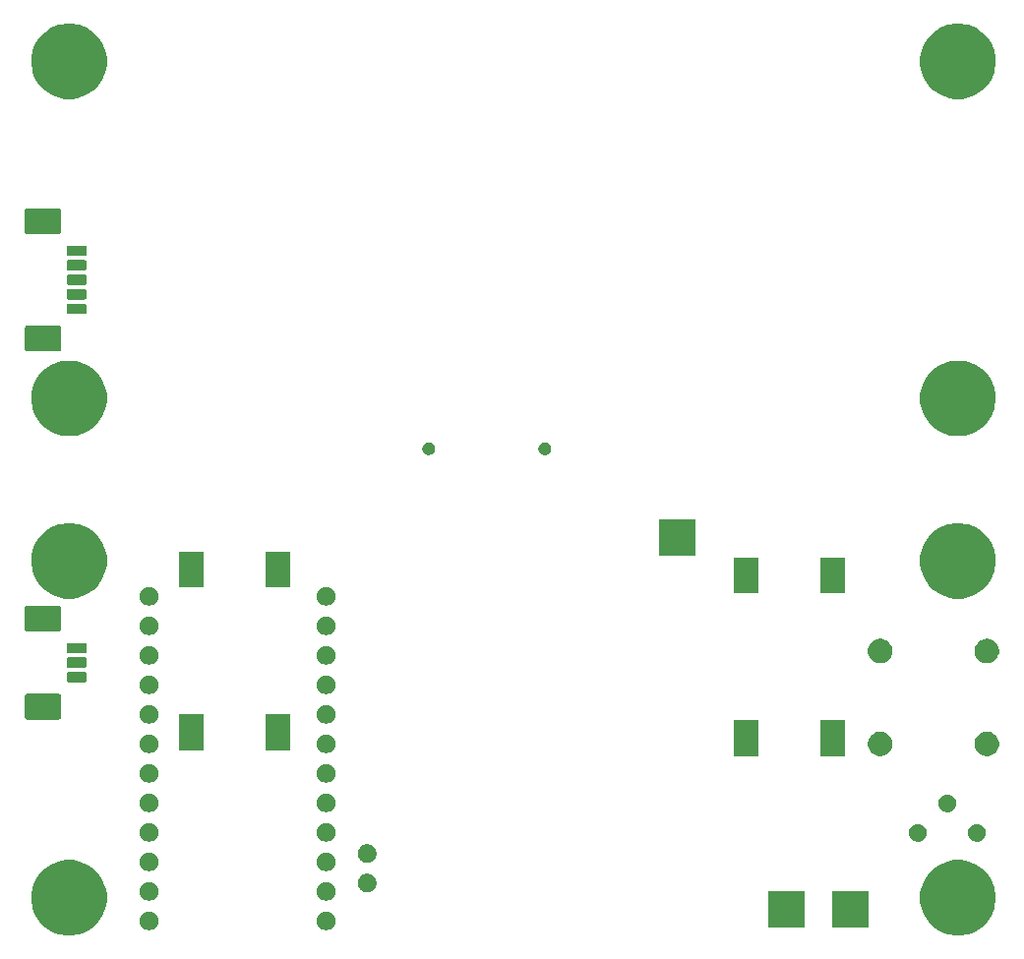
<source format=gbr>
G04 #@! TF.GenerationSoftware,KiCad,Pcbnew,(5.1.2)-2*
G04 #@! TF.CreationDate,2020-11-17T23:24:33+01:00*
G04 #@! TF.ProjectId,MieleProjectorPCB,4d69656c-6550-4726-9f6a-6563746f7250,rev?*
G04 #@! TF.SameCoordinates,Original*
G04 #@! TF.FileFunction,Soldermask,Bot*
G04 #@! TF.FilePolarity,Negative*
%FSLAX46Y46*%
G04 Gerber Fmt 4.6, Leading zero omitted, Abs format (unit mm)*
G04 Created by KiCad (PCBNEW (5.1.2)-2) date 2020-11-17 23:24:33*
%MOMM*%
%LPD*%
G04 APERTURE LIST*
%ADD10C,0.100000*%
G04 APERTURE END LIST*
D10*
G36*
X109884239Y-147811467D02*
G01*
X110198282Y-147873934D01*
X110789926Y-148119001D01*
X111322392Y-148474784D01*
X111775216Y-148927608D01*
X112130999Y-149460074D01*
X112376066Y-150051718D01*
X112415160Y-150248255D01*
X112501000Y-150679803D01*
X112501000Y-151320197D01*
X112438533Y-151634239D01*
X112376066Y-151948282D01*
X112130999Y-152539926D01*
X111775216Y-153072392D01*
X111322392Y-153525216D01*
X110789926Y-153880999D01*
X110198282Y-154126066D01*
X109884239Y-154188533D01*
X109570197Y-154251000D01*
X108929803Y-154251000D01*
X108615761Y-154188533D01*
X108301718Y-154126066D01*
X107710074Y-153880999D01*
X107177608Y-153525216D01*
X106724784Y-153072392D01*
X106369001Y-152539926D01*
X106123934Y-151948282D01*
X106061467Y-151634239D01*
X105999000Y-151320197D01*
X105999000Y-150679803D01*
X106084840Y-150248255D01*
X106123934Y-150051718D01*
X106369001Y-149460074D01*
X106724784Y-148927608D01*
X107177608Y-148474784D01*
X107710074Y-148119001D01*
X108301718Y-147873934D01*
X108615761Y-147811467D01*
X108929803Y-147749000D01*
X109570197Y-147749000D01*
X109884239Y-147811467D01*
X109884239Y-147811467D01*
G37*
G36*
X33384239Y-147811467D02*
G01*
X33698282Y-147873934D01*
X34289926Y-148119001D01*
X34822392Y-148474784D01*
X35275216Y-148927608D01*
X35630999Y-149460074D01*
X35876066Y-150051718D01*
X35915160Y-150248255D01*
X36001000Y-150679803D01*
X36001000Y-151320197D01*
X35938533Y-151634239D01*
X35876066Y-151948282D01*
X35630999Y-152539926D01*
X35275216Y-153072392D01*
X34822392Y-153525216D01*
X34289926Y-153880999D01*
X33698282Y-154126066D01*
X33384239Y-154188533D01*
X33070197Y-154251000D01*
X32429803Y-154251000D01*
X32115761Y-154188533D01*
X31801718Y-154126066D01*
X31210074Y-153880999D01*
X30677608Y-153525216D01*
X30224784Y-153072392D01*
X29869001Y-152539926D01*
X29623934Y-151948282D01*
X29561467Y-151634239D01*
X29499000Y-151320197D01*
X29499000Y-150679803D01*
X29584840Y-150248255D01*
X29623934Y-150051718D01*
X29869001Y-149460074D01*
X30224784Y-148927608D01*
X30677608Y-148474784D01*
X31210074Y-148119001D01*
X31801718Y-147873934D01*
X32115761Y-147811467D01*
X32429803Y-147749000D01*
X33070197Y-147749000D01*
X33384239Y-147811467D01*
X33384239Y-147811467D01*
G37*
G36*
X39867142Y-152198242D02*
G01*
X40015101Y-152259529D01*
X40148255Y-152348499D01*
X40261501Y-152461745D01*
X40350471Y-152594899D01*
X40411758Y-152742858D01*
X40443000Y-152899925D01*
X40443000Y-153060075D01*
X40411758Y-153217142D01*
X40350471Y-153365101D01*
X40261501Y-153498255D01*
X40148255Y-153611501D01*
X40015101Y-153700471D01*
X39867142Y-153761758D01*
X39710075Y-153793000D01*
X39549925Y-153793000D01*
X39392858Y-153761758D01*
X39244899Y-153700471D01*
X39111745Y-153611501D01*
X38998499Y-153498255D01*
X38909529Y-153365101D01*
X38848242Y-153217142D01*
X38817000Y-153060075D01*
X38817000Y-152899925D01*
X38848242Y-152742858D01*
X38909529Y-152594899D01*
X38998499Y-152461745D01*
X39111745Y-152348499D01*
X39244899Y-152259529D01*
X39392858Y-152198242D01*
X39549925Y-152167000D01*
X39710075Y-152167000D01*
X39867142Y-152198242D01*
X39867142Y-152198242D01*
G37*
G36*
X55107142Y-152198242D02*
G01*
X55255101Y-152259529D01*
X55388255Y-152348499D01*
X55501501Y-152461745D01*
X55590471Y-152594899D01*
X55651758Y-152742858D01*
X55683000Y-152899925D01*
X55683000Y-153060075D01*
X55651758Y-153217142D01*
X55590471Y-153365101D01*
X55501501Y-153498255D01*
X55388255Y-153611501D01*
X55255101Y-153700471D01*
X55107142Y-153761758D01*
X54950075Y-153793000D01*
X54789925Y-153793000D01*
X54632858Y-153761758D01*
X54484899Y-153700471D01*
X54351745Y-153611501D01*
X54238499Y-153498255D01*
X54149529Y-153365101D01*
X54088242Y-153217142D01*
X54057000Y-153060075D01*
X54057000Y-152899925D01*
X54088242Y-152742858D01*
X54149529Y-152594899D01*
X54238499Y-152461745D01*
X54351745Y-152348499D01*
X54484899Y-152259529D01*
X54632858Y-152198242D01*
X54789925Y-152167000D01*
X54950075Y-152167000D01*
X55107142Y-152198242D01*
X55107142Y-152198242D01*
G37*
G36*
X96051000Y-153551000D02*
G01*
X92949000Y-153551000D01*
X92949000Y-150449000D01*
X96051000Y-150449000D01*
X96051000Y-153551000D01*
X96051000Y-153551000D01*
G37*
G36*
X101551000Y-153551000D02*
G01*
X98449000Y-153551000D01*
X98449000Y-150449000D01*
X101551000Y-150449000D01*
X101551000Y-153551000D01*
X101551000Y-153551000D01*
G37*
G36*
X55107142Y-149658242D02*
G01*
X55255101Y-149719529D01*
X55388255Y-149808499D01*
X55501501Y-149921745D01*
X55590471Y-150054899D01*
X55651758Y-150202858D01*
X55683000Y-150359925D01*
X55683000Y-150520075D01*
X55651758Y-150677142D01*
X55590471Y-150825101D01*
X55501501Y-150958255D01*
X55388255Y-151071501D01*
X55255101Y-151160471D01*
X55107142Y-151221758D01*
X54950075Y-151253000D01*
X54789925Y-151253000D01*
X54632858Y-151221758D01*
X54484899Y-151160471D01*
X54351745Y-151071501D01*
X54238499Y-150958255D01*
X54149529Y-150825101D01*
X54088242Y-150677142D01*
X54057000Y-150520075D01*
X54057000Y-150359925D01*
X54088242Y-150202858D01*
X54149529Y-150054899D01*
X54238499Y-149921745D01*
X54351745Y-149808499D01*
X54484899Y-149719529D01*
X54632858Y-149658242D01*
X54789925Y-149627000D01*
X54950075Y-149627000D01*
X55107142Y-149658242D01*
X55107142Y-149658242D01*
G37*
G36*
X39867142Y-149658242D02*
G01*
X40015101Y-149719529D01*
X40148255Y-149808499D01*
X40261501Y-149921745D01*
X40350471Y-150054899D01*
X40411758Y-150202858D01*
X40443000Y-150359925D01*
X40443000Y-150520075D01*
X40411758Y-150677142D01*
X40350471Y-150825101D01*
X40261501Y-150958255D01*
X40148255Y-151071501D01*
X40015101Y-151160471D01*
X39867142Y-151221758D01*
X39710075Y-151253000D01*
X39549925Y-151253000D01*
X39392858Y-151221758D01*
X39244899Y-151160471D01*
X39111745Y-151071501D01*
X38998499Y-150958255D01*
X38909529Y-150825101D01*
X38848242Y-150677142D01*
X38817000Y-150520075D01*
X38817000Y-150359925D01*
X38848242Y-150202858D01*
X38909529Y-150054899D01*
X38998499Y-149921745D01*
X39111745Y-149808499D01*
X39244899Y-149719529D01*
X39392858Y-149658242D01*
X39549925Y-149627000D01*
X39710075Y-149627000D01*
X39867142Y-149658242D01*
X39867142Y-149658242D01*
G37*
G36*
X58627142Y-148948242D02*
G01*
X58775101Y-149009529D01*
X58908255Y-149098499D01*
X59021501Y-149211745D01*
X59110471Y-149344899D01*
X59171758Y-149492858D01*
X59203000Y-149649925D01*
X59203000Y-149810075D01*
X59171758Y-149967142D01*
X59110471Y-150115101D01*
X59021501Y-150248255D01*
X58908255Y-150361501D01*
X58775101Y-150450471D01*
X58627142Y-150511758D01*
X58470075Y-150543000D01*
X58309925Y-150543000D01*
X58152858Y-150511758D01*
X58004899Y-150450471D01*
X57871745Y-150361501D01*
X57758499Y-150248255D01*
X57669529Y-150115101D01*
X57608242Y-149967142D01*
X57577000Y-149810075D01*
X57577000Y-149649925D01*
X57608242Y-149492858D01*
X57669529Y-149344899D01*
X57758499Y-149211745D01*
X57871745Y-149098499D01*
X58004899Y-149009529D01*
X58152858Y-148948242D01*
X58309925Y-148917000D01*
X58470075Y-148917000D01*
X58627142Y-148948242D01*
X58627142Y-148948242D01*
G37*
G36*
X55107142Y-147118242D02*
G01*
X55255101Y-147179529D01*
X55388255Y-147268499D01*
X55501501Y-147381745D01*
X55590471Y-147514899D01*
X55651758Y-147662858D01*
X55683000Y-147819925D01*
X55683000Y-147980075D01*
X55651758Y-148137142D01*
X55590471Y-148285101D01*
X55501501Y-148418255D01*
X55388255Y-148531501D01*
X55255101Y-148620471D01*
X55107142Y-148681758D01*
X54950075Y-148713000D01*
X54789925Y-148713000D01*
X54632858Y-148681758D01*
X54484899Y-148620471D01*
X54351745Y-148531501D01*
X54238499Y-148418255D01*
X54149529Y-148285101D01*
X54088242Y-148137142D01*
X54057000Y-147980075D01*
X54057000Y-147819925D01*
X54088242Y-147662858D01*
X54149529Y-147514899D01*
X54238499Y-147381745D01*
X54351745Y-147268499D01*
X54484899Y-147179529D01*
X54632858Y-147118242D01*
X54789925Y-147087000D01*
X54950075Y-147087000D01*
X55107142Y-147118242D01*
X55107142Y-147118242D01*
G37*
G36*
X39867142Y-147118242D02*
G01*
X40015101Y-147179529D01*
X40148255Y-147268499D01*
X40261501Y-147381745D01*
X40350471Y-147514899D01*
X40411758Y-147662858D01*
X40443000Y-147819925D01*
X40443000Y-147980075D01*
X40411758Y-148137142D01*
X40350471Y-148285101D01*
X40261501Y-148418255D01*
X40148255Y-148531501D01*
X40015101Y-148620471D01*
X39867142Y-148681758D01*
X39710075Y-148713000D01*
X39549925Y-148713000D01*
X39392858Y-148681758D01*
X39244899Y-148620471D01*
X39111745Y-148531501D01*
X38998499Y-148418255D01*
X38909529Y-148285101D01*
X38848242Y-148137142D01*
X38817000Y-147980075D01*
X38817000Y-147819925D01*
X38848242Y-147662858D01*
X38909529Y-147514899D01*
X38998499Y-147381745D01*
X39111745Y-147268499D01*
X39244899Y-147179529D01*
X39392858Y-147118242D01*
X39549925Y-147087000D01*
X39710075Y-147087000D01*
X39867142Y-147118242D01*
X39867142Y-147118242D01*
G37*
G36*
X58627142Y-146408242D02*
G01*
X58775101Y-146469529D01*
X58908255Y-146558499D01*
X59021501Y-146671745D01*
X59110471Y-146804899D01*
X59171758Y-146952858D01*
X59203000Y-147109925D01*
X59203000Y-147270075D01*
X59171758Y-147427142D01*
X59110471Y-147575101D01*
X59021501Y-147708255D01*
X58908255Y-147821501D01*
X58775101Y-147910471D01*
X58627142Y-147971758D01*
X58470075Y-148003000D01*
X58309925Y-148003000D01*
X58152858Y-147971758D01*
X58004899Y-147910471D01*
X57871745Y-147821501D01*
X57758499Y-147708255D01*
X57669529Y-147575101D01*
X57608242Y-147427142D01*
X57577000Y-147270075D01*
X57577000Y-147109925D01*
X57608242Y-146952858D01*
X57669529Y-146804899D01*
X57758499Y-146671745D01*
X57871745Y-146558499D01*
X58004899Y-146469529D01*
X58152858Y-146408242D01*
X58309925Y-146377000D01*
X58470075Y-146377000D01*
X58627142Y-146408242D01*
X58627142Y-146408242D01*
G37*
G36*
X39867142Y-144578242D02*
G01*
X40015101Y-144639529D01*
X40148255Y-144728499D01*
X40261501Y-144841745D01*
X40350471Y-144974899D01*
X40411758Y-145122858D01*
X40443000Y-145279925D01*
X40443000Y-145440075D01*
X40411758Y-145597142D01*
X40350471Y-145745101D01*
X40261501Y-145878255D01*
X40148255Y-145991501D01*
X40015101Y-146080471D01*
X39867142Y-146141758D01*
X39710075Y-146173000D01*
X39549925Y-146173000D01*
X39392858Y-146141758D01*
X39244899Y-146080471D01*
X39111745Y-145991501D01*
X38998499Y-145878255D01*
X38909529Y-145745101D01*
X38848242Y-145597142D01*
X38817000Y-145440075D01*
X38817000Y-145279925D01*
X38848242Y-145122858D01*
X38909529Y-144974899D01*
X38998499Y-144841745D01*
X39111745Y-144728499D01*
X39244899Y-144639529D01*
X39392858Y-144578242D01*
X39549925Y-144547000D01*
X39710075Y-144547000D01*
X39867142Y-144578242D01*
X39867142Y-144578242D01*
G37*
G36*
X55107142Y-144578242D02*
G01*
X55255101Y-144639529D01*
X55388255Y-144728499D01*
X55501501Y-144841745D01*
X55590471Y-144974899D01*
X55651758Y-145122858D01*
X55683000Y-145279925D01*
X55683000Y-145440075D01*
X55651758Y-145597142D01*
X55590471Y-145745101D01*
X55501501Y-145878255D01*
X55388255Y-145991501D01*
X55255101Y-146080471D01*
X55107142Y-146141758D01*
X54950075Y-146173000D01*
X54789925Y-146173000D01*
X54632858Y-146141758D01*
X54484899Y-146080471D01*
X54351745Y-145991501D01*
X54238499Y-145878255D01*
X54149529Y-145745101D01*
X54088242Y-145597142D01*
X54057000Y-145440075D01*
X54057000Y-145279925D01*
X54088242Y-145122858D01*
X54149529Y-144974899D01*
X54238499Y-144841745D01*
X54351745Y-144728499D01*
X54484899Y-144639529D01*
X54632858Y-144578242D01*
X54789925Y-144547000D01*
X54950075Y-144547000D01*
X55107142Y-144578242D01*
X55107142Y-144578242D01*
G37*
G36*
X111005589Y-144638876D02*
G01*
X111104893Y-144658629D01*
X111245206Y-144716748D01*
X111371484Y-144801125D01*
X111478875Y-144908516D01*
X111563252Y-145034794D01*
X111621371Y-145175107D01*
X111651000Y-145324063D01*
X111651000Y-145475937D01*
X111621371Y-145624893D01*
X111563252Y-145765206D01*
X111478875Y-145891484D01*
X111371484Y-145998875D01*
X111245206Y-146083252D01*
X111104893Y-146141371D01*
X111005589Y-146161124D01*
X110955938Y-146171000D01*
X110804062Y-146171000D01*
X110754411Y-146161124D01*
X110655107Y-146141371D01*
X110514794Y-146083252D01*
X110388516Y-145998875D01*
X110281125Y-145891484D01*
X110196748Y-145765206D01*
X110138629Y-145624893D01*
X110109000Y-145475937D01*
X110109000Y-145324063D01*
X110138629Y-145175107D01*
X110196748Y-145034794D01*
X110281125Y-144908516D01*
X110388516Y-144801125D01*
X110514794Y-144716748D01*
X110655107Y-144658629D01*
X110754411Y-144638876D01*
X110804062Y-144629000D01*
X110955938Y-144629000D01*
X111005589Y-144638876D01*
X111005589Y-144638876D01*
G37*
G36*
X105925589Y-144638876D02*
G01*
X106024893Y-144658629D01*
X106165206Y-144716748D01*
X106291484Y-144801125D01*
X106398875Y-144908516D01*
X106483252Y-145034794D01*
X106541371Y-145175107D01*
X106571000Y-145324063D01*
X106571000Y-145475937D01*
X106541371Y-145624893D01*
X106483252Y-145765206D01*
X106398875Y-145891484D01*
X106291484Y-145998875D01*
X106165206Y-146083252D01*
X106024893Y-146141371D01*
X105925589Y-146161124D01*
X105875938Y-146171000D01*
X105724062Y-146171000D01*
X105674411Y-146161124D01*
X105575107Y-146141371D01*
X105434794Y-146083252D01*
X105308516Y-145998875D01*
X105201125Y-145891484D01*
X105116748Y-145765206D01*
X105058629Y-145624893D01*
X105029000Y-145475937D01*
X105029000Y-145324063D01*
X105058629Y-145175107D01*
X105116748Y-145034794D01*
X105201125Y-144908516D01*
X105308516Y-144801125D01*
X105434794Y-144716748D01*
X105575107Y-144658629D01*
X105674411Y-144638876D01*
X105724062Y-144629000D01*
X105875938Y-144629000D01*
X105925589Y-144638876D01*
X105925589Y-144638876D01*
G37*
G36*
X39867142Y-142038242D02*
G01*
X40015101Y-142099529D01*
X40148255Y-142188499D01*
X40261501Y-142301745D01*
X40350471Y-142434899D01*
X40411758Y-142582858D01*
X40443000Y-142739925D01*
X40443000Y-142900075D01*
X40411758Y-143057142D01*
X40350471Y-143205101D01*
X40261501Y-143338255D01*
X40148255Y-143451501D01*
X40015101Y-143540471D01*
X39867142Y-143601758D01*
X39710075Y-143633000D01*
X39549925Y-143633000D01*
X39392858Y-143601758D01*
X39244899Y-143540471D01*
X39111745Y-143451501D01*
X38998499Y-143338255D01*
X38909529Y-143205101D01*
X38848242Y-143057142D01*
X38817000Y-142900075D01*
X38817000Y-142739925D01*
X38848242Y-142582858D01*
X38909529Y-142434899D01*
X38998499Y-142301745D01*
X39111745Y-142188499D01*
X39244899Y-142099529D01*
X39392858Y-142038242D01*
X39549925Y-142007000D01*
X39710075Y-142007000D01*
X39867142Y-142038242D01*
X39867142Y-142038242D01*
G37*
G36*
X55107142Y-142038242D02*
G01*
X55255101Y-142099529D01*
X55388255Y-142188499D01*
X55501501Y-142301745D01*
X55590471Y-142434899D01*
X55651758Y-142582858D01*
X55683000Y-142739925D01*
X55683000Y-142900075D01*
X55651758Y-143057142D01*
X55590471Y-143205101D01*
X55501501Y-143338255D01*
X55388255Y-143451501D01*
X55255101Y-143540471D01*
X55107142Y-143601758D01*
X54950075Y-143633000D01*
X54789925Y-143633000D01*
X54632858Y-143601758D01*
X54484899Y-143540471D01*
X54351745Y-143451501D01*
X54238499Y-143338255D01*
X54149529Y-143205101D01*
X54088242Y-143057142D01*
X54057000Y-142900075D01*
X54057000Y-142739925D01*
X54088242Y-142582858D01*
X54149529Y-142434899D01*
X54238499Y-142301745D01*
X54351745Y-142188499D01*
X54484899Y-142099529D01*
X54632858Y-142038242D01*
X54789925Y-142007000D01*
X54950075Y-142007000D01*
X55107142Y-142038242D01*
X55107142Y-142038242D01*
G37*
G36*
X108465589Y-142098876D02*
G01*
X108564893Y-142118629D01*
X108705206Y-142176748D01*
X108831484Y-142261125D01*
X108938875Y-142368516D01*
X109023252Y-142494794D01*
X109081371Y-142635107D01*
X109111000Y-142784063D01*
X109111000Y-142935937D01*
X109081371Y-143084893D01*
X109023252Y-143225206D01*
X108938875Y-143351484D01*
X108831484Y-143458875D01*
X108705206Y-143543252D01*
X108564893Y-143601371D01*
X108465589Y-143621124D01*
X108415938Y-143631000D01*
X108264062Y-143631000D01*
X108214411Y-143621124D01*
X108115107Y-143601371D01*
X107974794Y-143543252D01*
X107848516Y-143458875D01*
X107741125Y-143351484D01*
X107656748Y-143225206D01*
X107598629Y-143084893D01*
X107569000Y-142935937D01*
X107569000Y-142784063D01*
X107598629Y-142635107D01*
X107656748Y-142494794D01*
X107741125Y-142368516D01*
X107848516Y-142261125D01*
X107974794Y-142176748D01*
X108115107Y-142118629D01*
X108214411Y-142098876D01*
X108264062Y-142089000D01*
X108415938Y-142089000D01*
X108465589Y-142098876D01*
X108465589Y-142098876D01*
G37*
G36*
X55107142Y-139498242D02*
G01*
X55255101Y-139559529D01*
X55388255Y-139648499D01*
X55501501Y-139761745D01*
X55590471Y-139894899D01*
X55651758Y-140042858D01*
X55683000Y-140199925D01*
X55683000Y-140360075D01*
X55651758Y-140517142D01*
X55590471Y-140665101D01*
X55501501Y-140798255D01*
X55388255Y-140911501D01*
X55255101Y-141000471D01*
X55107142Y-141061758D01*
X54950075Y-141093000D01*
X54789925Y-141093000D01*
X54632858Y-141061758D01*
X54484899Y-141000471D01*
X54351745Y-140911501D01*
X54238499Y-140798255D01*
X54149529Y-140665101D01*
X54088242Y-140517142D01*
X54057000Y-140360075D01*
X54057000Y-140199925D01*
X54088242Y-140042858D01*
X54149529Y-139894899D01*
X54238499Y-139761745D01*
X54351745Y-139648499D01*
X54484899Y-139559529D01*
X54632858Y-139498242D01*
X54789925Y-139467000D01*
X54950075Y-139467000D01*
X55107142Y-139498242D01*
X55107142Y-139498242D01*
G37*
G36*
X39867142Y-139498242D02*
G01*
X40015101Y-139559529D01*
X40148255Y-139648499D01*
X40261501Y-139761745D01*
X40350471Y-139894899D01*
X40411758Y-140042858D01*
X40443000Y-140199925D01*
X40443000Y-140360075D01*
X40411758Y-140517142D01*
X40350471Y-140665101D01*
X40261501Y-140798255D01*
X40148255Y-140911501D01*
X40015101Y-141000471D01*
X39867142Y-141061758D01*
X39710075Y-141093000D01*
X39549925Y-141093000D01*
X39392858Y-141061758D01*
X39244899Y-141000471D01*
X39111745Y-140911501D01*
X38998499Y-140798255D01*
X38909529Y-140665101D01*
X38848242Y-140517142D01*
X38817000Y-140360075D01*
X38817000Y-140199925D01*
X38848242Y-140042858D01*
X38909529Y-139894899D01*
X38998499Y-139761745D01*
X39111745Y-139648499D01*
X39244899Y-139559529D01*
X39392858Y-139498242D01*
X39549925Y-139467000D01*
X39710075Y-139467000D01*
X39867142Y-139498242D01*
X39867142Y-139498242D01*
G37*
G36*
X102789630Y-136722711D02*
G01*
X102857526Y-136736216D01*
X103049396Y-136815692D01*
X103222075Y-136931072D01*
X103368926Y-137077923D01*
X103389356Y-137108499D01*
X103484307Y-137250604D01*
X103563782Y-137442473D01*
X103604298Y-137646159D01*
X103604298Y-137853841D01*
X103577287Y-137989632D01*
X103563782Y-138057528D01*
X103484306Y-138249398D01*
X103368926Y-138422077D01*
X103222075Y-138568928D01*
X103049396Y-138684308D01*
X102857526Y-138763784D01*
X102789630Y-138777289D01*
X102653839Y-138804300D01*
X102446157Y-138804300D01*
X102310366Y-138777289D01*
X102242470Y-138763784D01*
X102050600Y-138684308D01*
X101877921Y-138568928D01*
X101731070Y-138422077D01*
X101615690Y-138249398D01*
X101536214Y-138057528D01*
X101522709Y-137989632D01*
X101495698Y-137853841D01*
X101495698Y-137646159D01*
X101536214Y-137442473D01*
X101615689Y-137250604D01*
X101710640Y-137108499D01*
X101731070Y-137077923D01*
X101877921Y-136931072D01*
X102050600Y-136815692D01*
X102242470Y-136736216D01*
X102310366Y-136722711D01*
X102446157Y-136695700D01*
X102653839Y-136695700D01*
X102789630Y-136722711D01*
X102789630Y-136722711D01*
G37*
G36*
X111989632Y-136722711D02*
G01*
X112057528Y-136736216D01*
X112249398Y-136815692D01*
X112422077Y-136931072D01*
X112568928Y-137077923D01*
X112589358Y-137108499D01*
X112684309Y-137250604D01*
X112763784Y-137442473D01*
X112804300Y-137646159D01*
X112804300Y-137853841D01*
X112777289Y-137989632D01*
X112763784Y-138057528D01*
X112684308Y-138249398D01*
X112568928Y-138422077D01*
X112422077Y-138568928D01*
X112249398Y-138684308D01*
X112057528Y-138763784D01*
X111989632Y-138777289D01*
X111853841Y-138804300D01*
X111646159Y-138804300D01*
X111510368Y-138777289D01*
X111442472Y-138763784D01*
X111250602Y-138684308D01*
X111077923Y-138568928D01*
X110931072Y-138422077D01*
X110815692Y-138249398D01*
X110736216Y-138057528D01*
X110722711Y-137989632D01*
X110695700Y-137853841D01*
X110695700Y-137646159D01*
X110736216Y-137442473D01*
X110815691Y-137250604D01*
X110910642Y-137108499D01*
X110931072Y-137077923D01*
X111077923Y-136931072D01*
X111250602Y-136815692D01*
X111442472Y-136736216D01*
X111510368Y-136722711D01*
X111646159Y-136695700D01*
X111853841Y-136695700D01*
X111989632Y-136722711D01*
X111989632Y-136722711D01*
G37*
G36*
X99551000Y-138801000D02*
G01*
X97449000Y-138801000D01*
X97449000Y-135699000D01*
X99551000Y-135699000D01*
X99551000Y-138801000D01*
X99551000Y-138801000D01*
G37*
G36*
X92051000Y-138801000D02*
G01*
X89949000Y-138801000D01*
X89949000Y-135699000D01*
X92051000Y-135699000D01*
X92051000Y-138801000D01*
X92051000Y-138801000D01*
G37*
G36*
X55107142Y-136958242D02*
G01*
X55255101Y-137019529D01*
X55388255Y-137108499D01*
X55501501Y-137221745D01*
X55590471Y-137354899D01*
X55651758Y-137502858D01*
X55683000Y-137659925D01*
X55683000Y-137820075D01*
X55651758Y-137977142D01*
X55590471Y-138125101D01*
X55501501Y-138258255D01*
X55388255Y-138371501D01*
X55255101Y-138460471D01*
X55107142Y-138521758D01*
X54950075Y-138553000D01*
X54789925Y-138553000D01*
X54632858Y-138521758D01*
X54484899Y-138460471D01*
X54351745Y-138371501D01*
X54238499Y-138258255D01*
X54149529Y-138125101D01*
X54088242Y-137977142D01*
X54057000Y-137820075D01*
X54057000Y-137659925D01*
X54088242Y-137502858D01*
X54149529Y-137354899D01*
X54238499Y-137221745D01*
X54351745Y-137108499D01*
X54484899Y-137019529D01*
X54632858Y-136958242D01*
X54789925Y-136927000D01*
X54950075Y-136927000D01*
X55107142Y-136958242D01*
X55107142Y-136958242D01*
G37*
G36*
X39867142Y-136958242D02*
G01*
X40015101Y-137019529D01*
X40148255Y-137108499D01*
X40261501Y-137221745D01*
X40350471Y-137354899D01*
X40411758Y-137502858D01*
X40443000Y-137659925D01*
X40443000Y-137820075D01*
X40411758Y-137977142D01*
X40350471Y-138125101D01*
X40261501Y-138258255D01*
X40148255Y-138371501D01*
X40015101Y-138460471D01*
X39867142Y-138521758D01*
X39710075Y-138553000D01*
X39549925Y-138553000D01*
X39392858Y-138521758D01*
X39244899Y-138460471D01*
X39111745Y-138371501D01*
X38998499Y-138258255D01*
X38909529Y-138125101D01*
X38848242Y-137977142D01*
X38817000Y-137820075D01*
X38817000Y-137659925D01*
X38848242Y-137502858D01*
X38909529Y-137354899D01*
X38998499Y-137221745D01*
X39111745Y-137108499D01*
X39244899Y-137019529D01*
X39392858Y-136958242D01*
X39549925Y-136927000D01*
X39710075Y-136927000D01*
X39867142Y-136958242D01*
X39867142Y-136958242D01*
G37*
G36*
X51801000Y-138301000D02*
G01*
X49699000Y-138301000D01*
X49699000Y-135199000D01*
X51801000Y-135199000D01*
X51801000Y-138301000D01*
X51801000Y-138301000D01*
G37*
G36*
X44301000Y-138301000D02*
G01*
X42199000Y-138301000D01*
X42199000Y-135199000D01*
X44301000Y-135199000D01*
X44301000Y-138301000D01*
X44301000Y-138301000D01*
G37*
G36*
X39867142Y-134418242D02*
G01*
X40015101Y-134479529D01*
X40148255Y-134568499D01*
X40261501Y-134681745D01*
X40350471Y-134814899D01*
X40411758Y-134962858D01*
X40443000Y-135119925D01*
X40443000Y-135280075D01*
X40411758Y-135437142D01*
X40350471Y-135585101D01*
X40261501Y-135718255D01*
X40148255Y-135831501D01*
X40015101Y-135920471D01*
X39867142Y-135981758D01*
X39710075Y-136013000D01*
X39549925Y-136013000D01*
X39392858Y-135981758D01*
X39244899Y-135920471D01*
X39111745Y-135831501D01*
X38998499Y-135718255D01*
X38909529Y-135585101D01*
X38848242Y-135437142D01*
X38817000Y-135280075D01*
X38817000Y-135119925D01*
X38848242Y-134962858D01*
X38909529Y-134814899D01*
X38998499Y-134681745D01*
X39111745Y-134568499D01*
X39244899Y-134479529D01*
X39392858Y-134418242D01*
X39549925Y-134387000D01*
X39710075Y-134387000D01*
X39867142Y-134418242D01*
X39867142Y-134418242D01*
G37*
G36*
X55107142Y-134418242D02*
G01*
X55255101Y-134479529D01*
X55388255Y-134568499D01*
X55501501Y-134681745D01*
X55590471Y-134814899D01*
X55651758Y-134962858D01*
X55683000Y-135119925D01*
X55683000Y-135280075D01*
X55651758Y-135437142D01*
X55590471Y-135585101D01*
X55501501Y-135718255D01*
X55388255Y-135831501D01*
X55255101Y-135920471D01*
X55107142Y-135981758D01*
X54950075Y-136013000D01*
X54789925Y-136013000D01*
X54632858Y-135981758D01*
X54484899Y-135920471D01*
X54351745Y-135831501D01*
X54238499Y-135718255D01*
X54149529Y-135585101D01*
X54088242Y-135437142D01*
X54057000Y-135280075D01*
X54057000Y-135119925D01*
X54088242Y-134962858D01*
X54149529Y-134814899D01*
X54238499Y-134681745D01*
X54351745Y-134568499D01*
X54484899Y-134479529D01*
X54632858Y-134418242D01*
X54789925Y-134387000D01*
X54950075Y-134387000D01*
X55107142Y-134418242D01*
X55107142Y-134418242D01*
G37*
G36*
X31916536Y-133452800D02*
G01*
X31947738Y-133462265D01*
X31976486Y-133477631D01*
X32001687Y-133498313D01*
X32022369Y-133523514D01*
X32037735Y-133552262D01*
X32047200Y-133583464D01*
X32051000Y-133622046D01*
X32051000Y-135477954D01*
X32047200Y-135516536D01*
X32037735Y-135547738D01*
X32022369Y-135576486D01*
X32001687Y-135601687D01*
X31976486Y-135622369D01*
X31947738Y-135637735D01*
X31916536Y-135647200D01*
X31877954Y-135651000D01*
X29122046Y-135651000D01*
X29083464Y-135647200D01*
X29052262Y-135637735D01*
X29023514Y-135622369D01*
X28998313Y-135601687D01*
X28977631Y-135576486D01*
X28962265Y-135547738D01*
X28952800Y-135516536D01*
X28949000Y-135477954D01*
X28949000Y-133622046D01*
X28952800Y-133583464D01*
X28962265Y-133552262D01*
X28977631Y-133523514D01*
X28998313Y-133498313D01*
X29023514Y-133477631D01*
X29052262Y-133462265D01*
X29083464Y-133452800D01*
X29122046Y-133449000D01*
X31877954Y-133449000D01*
X31916536Y-133452800D01*
X31916536Y-133452800D01*
G37*
G36*
X39867142Y-131878242D02*
G01*
X40015101Y-131939529D01*
X40148255Y-132028499D01*
X40261501Y-132141745D01*
X40350471Y-132274899D01*
X40411758Y-132422858D01*
X40443000Y-132579925D01*
X40443000Y-132740075D01*
X40411758Y-132897142D01*
X40350471Y-133045101D01*
X40261501Y-133178255D01*
X40148255Y-133291501D01*
X40015101Y-133380471D01*
X39867142Y-133441758D01*
X39710075Y-133473000D01*
X39549925Y-133473000D01*
X39392858Y-133441758D01*
X39244899Y-133380471D01*
X39111745Y-133291501D01*
X38998499Y-133178255D01*
X38909529Y-133045101D01*
X38848242Y-132897142D01*
X38817000Y-132740075D01*
X38817000Y-132579925D01*
X38848242Y-132422858D01*
X38909529Y-132274899D01*
X38998499Y-132141745D01*
X39111745Y-132028499D01*
X39244899Y-131939529D01*
X39392858Y-131878242D01*
X39549925Y-131847000D01*
X39710075Y-131847000D01*
X39867142Y-131878242D01*
X39867142Y-131878242D01*
G37*
G36*
X55107142Y-131878242D02*
G01*
X55255101Y-131939529D01*
X55388255Y-132028499D01*
X55501501Y-132141745D01*
X55590471Y-132274899D01*
X55651758Y-132422858D01*
X55683000Y-132579925D01*
X55683000Y-132740075D01*
X55651758Y-132897142D01*
X55590471Y-133045101D01*
X55501501Y-133178255D01*
X55388255Y-133291501D01*
X55255101Y-133380471D01*
X55107142Y-133441758D01*
X54950075Y-133473000D01*
X54789925Y-133473000D01*
X54632858Y-133441758D01*
X54484899Y-133380471D01*
X54351745Y-133291501D01*
X54238499Y-133178255D01*
X54149529Y-133045101D01*
X54088242Y-132897142D01*
X54057000Y-132740075D01*
X54057000Y-132579925D01*
X54088242Y-132422858D01*
X54149529Y-132274899D01*
X54238499Y-132141745D01*
X54351745Y-132028499D01*
X54484899Y-131939529D01*
X54632858Y-131878242D01*
X54789925Y-131847000D01*
X54950075Y-131847000D01*
X55107142Y-131878242D01*
X55107142Y-131878242D01*
G37*
G36*
X34119683Y-131552725D02*
G01*
X34150143Y-131561966D01*
X34178223Y-131576974D01*
X34202831Y-131597169D01*
X34223026Y-131621777D01*
X34238034Y-131649857D01*
X34247275Y-131680317D01*
X34251000Y-131718140D01*
X34251000Y-132281860D01*
X34247275Y-132319683D01*
X34238034Y-132350143D01*
X34223026Y-132378223D01*
X34202831Y-132402831D01*
X34178223Y-132423026D01*
X34150143Y-132438034D01*
X34119683Y-132447275D01*
X34081860Y-132451000D01*
X32718140Y-132451000D01*
X32680317Y-132447275D01*
X32649857Y-132438034D01*
X32621777Y-132423026D01*
X32597169Y-132402831D01*
X32576974Y-132378223D01*
X32561966Y-132350143D01*
X32552725Y-132319683D01*
X32549000Y-132281860D01*
X32549000Y-131718140D01*
X32552725Y-131680317D01*
X32561966Y-131649857D01*
X32576974Y-131621777D01*
X32597169Y-131597169D01*
X32621777Y-131576974D01*
X32649857Y-131561966D01*
X32680317Y-131552725D01*
X32718140Y-131549000D01*
X34081860Y-131549000D01*
X34119683Y-131552725D01*
X34119683Y-131552725D01*
G37*
G36*
X34119683Y-130302725D02*
G01*
X34150143Y-130311966D01*
X34178223Y-130326974D01*
X34202831Y-130347169D01*
X34223026Y-130371777D01*
X34238034Y-130399857D01*
X34247275Y-130430317D01*
X34251000Y-130468140D01*
X34251000Y-131031860D01*
X34247275Y-131069683D01*
X34238034Y-131100143D01*
X34223026Y-131128223D01*
X34202831Y-131152831D01*
X34178223Y-131173026D01*
X34150143Y-131188034D01*
X34119683Y-131197275D01*
X34081860Y-131201000D01*
X32718140Y-131201000D01*
X32680317Y-131197275D01*
X32649857Y-131188034D01*
X32621777Y-131173026D01*
X32597169Y-131152831D01*
X32576974Y-131128223D01*
X32561966Y-131100143D01*
X32552725Y-131069683D01*
X32549000Y-131031860D01*
X32549000Y-130468140D01*
X32552725Y-130430317D01*
X32561966Y-130399857D01*
X32576974Y-130371777D01*
X32597169Y-130347169D01*
X32621777Y-130326974D01*
X32649857Y-130311966D01*
X32680317Y-130302725D01*
X32718140Y-130299000D01*
X34081860Y-130299000D01*
X34119683Y-130302725D01*
X34119683Y-130302725D01*
G37*
G36*
X39867142Y-129338242D02*
G01*
X40015101Y-129399529D01*
X40148255Y-129488499D01*
X40261501Y-129601745D01*
X40350471Y-129734899D01*
X40411758Y-129882858D01*
X40443000Y-130039925D01*
X40443000Y-130200075D01*
X40411758Y-130357142D01*
X40350471Y-130505101D01*
X40261501Y-130638255D01*
X40148255Y-130751501D01*
X40015101Y-130840471D01*
X39867142Y-130901758D01*
X39710075Y-130933000D01*
X39549925Y-130933000D01*
X39392858Y-130901758D01*
X39244899Y-130840471D01*
X39111745Y-130751501D01*
X38998499Y-130638255D01*
X38909529Y-130505101D01*
X38848242Y-130357142D01*
X38817000Y-130200075D01*
X38817000Y-130039925D01*
X38848242Y-129882858D01*
X38909529Y-129734899D01*
X38998499Y-129601745D01*
X39111745Y-129488499D01*
X39244899Y-129399529D01*
X39392858Y-129338242D01*
X39549925Y-129307000D01*
X39710075Y-129307000D01*
X39867142Y-129338242D01*
X39867142Y-129338242D01*
G37*
G36*
X55107142Y-129338242D02*
G01*
X55255101Y-129399529D01*
X55388255Y-129488499D01*
X55501501Y-129601745D01*
X55590471Y-129734899D01*
X55651758Y-129882858D01*
X55683000Y-130039925D01*
X55683000Y-130200075D01*
X55651758Y-130357142D01*
X55590471Y-130505101D01*
X55501501Y-130638255D01*
X55388255Y-130751501D01*
X55255101Y-130840471D01*
X55107142Y-130901758D01*
X54950075Y-130933000D01*
X54789925Y-130933000D01*
X54632858Y-130901758D01*
X54484899Y-130840471D01*
X54351745Y-130751501D01*
X54238499Y-130638255D01*
X54149529Y-130505101D01*
X54088242Y-130357142D01*
X54057000Y-130200075D01*
X54057000Y-130039925D01*
X54088242Y-129882858D01*
X54149529Y-129734899D01*
X54238499Y-129601745D01*
X54351745Y-129488499D01*
X54484899Y-129399529D01*
X54632858Y-129338242D01*
X54789925Y-129307000D01*
X54950075Y-129307000D01*
X55107142Y-129338242D01*
X55107142Y-129338242D01*
G37*
G36*
X111989632Y-128722712D02*
G01*
X112057528Y-128736217D01*
X112249398Y-128815693D01*
X112422077Y-128931073D01*
X112568928Y-129077924D01*
X112642615Y-129188205D01*
X112684309Y-129250605D01*
X112763784Y-129442474D01*
X112804300Y-129646160D01*
X112804300Y-129853842D01*
X112794555Y-129902831D01*
X112763784Y-130057529D01*
X112684308Y-130249399D01*
X112568928Y-130422078D01*
X112422077Y-130568929D01*
X112249398Y-130684309D01*
X112057528Y-130763785D01*
X111989632Y-130777290D01*
X111853841Y-130804301D01*
X111646159Y-130804301D01*
X111510368Y-130777290D01*
X111442472Y-130763785D01*
X111250602Y-130684309D01*
X111077923Y-130568929D01*
X110931072Y-130422078D01*
X110815692Y-130249399D01*
X110736216Y-130057529D01*
X110705445Y-129902831D01*
X110695700Y-129853842D01*
X110695700Y-129646160D01*
X110736216Y-129442474D01*
X110815691Y-129250605D01*
X110857385Y-129188205D01*
X110931072Y-129077924D01*
X111077923Y-128931073D01*
X111250602Y-128815693D01*
X111442472Y-128736217D01*
X111510368Y-128722712D01*
X111646159Y-128695701D01*
X111853841Y-128695701D01*
X111989632Y-128722712D01*
X111989632Y-128722712D01*
G37*
G36*
X102789630Y-128722712D02*
G01*
X102857526Y-128736217D01*
X103049396Y-128815693D01*
X103222075Y-128931073D01*
X103368926Y-129077924D01*
X103442613Y-129188205D01*
X103484307Y-129250605D01*
X103563782Y-129442474D01*
X103604298Y-129646160D01*
X103604298Y-129853842D01*
X103594553Y-129902831D01*
X103563782Y-130057529D01*
X103484306Y-130249399D01*
X103368926Y-130422078D01*
X103222075Y-130568929D01*
X103049396Y-130684309D01*
X102857526Y-130763785D01*
X102789630Y-130777290D01*
X102653839Y-130804301D01*
X102446157Y-130804301D01*
X102310366Y-130777290D01*
X102242470Y-130763785D01*
X102050600Y-130684309D01*
X101877921Y-130568929D01*
X101731070Y-130422078D01*
X101615690Y-130249399D01*
X101536214Y-130057529D01*
X101505443Y-129902831D01*
X101495698Y-129853842D01*
X101495698Y-129646160D01*
X101536214Y-129442474D01*
X101615689Y-129250605D01*
X101657383Y-129188205D01*
X101731070Y-129077924D01*
X101877921Y-128931073D01*
X102050600Y-128815693D01*
X102242470Y-128736217D01*
X102310366Y-128722712D01*
X102446157Y-128695701D01*
X102653839Y-128695701D01*
X102789630Y-128722712D01*
X102789630Y-128722712D01*
G37*
G36*
X34119683Y-129052725D02*
G01*
X34150143Y-129061966D01*
X34178223Y-129076974D01*
X34202831Y-129097169D01*
X34223026Y-129121777D01*
X34238034Y-129149857D01*
X34247275Y-129180317D01*
X34251000Y-129218140D01*
X34251000Y-129781860D01*
X34247275Y-129819683D01*
X34238034Y-129850143D01*
X34223026Y-129878223D01*
X34202831Y-129902831D01*
X34178223Y-129923026D01*
X34150143Y-129938034D01*
X34119683Y-129947275D01*
X34081860Y-129951000D01*
X32718140Y-129951000D01*
X32680317Y-129947275D01*
X32649857Y-129938034D01*
X32621777Y-129923026D01*
X32597169Y-129902831D01*
X32576974Y-129878223D01*
X32561966Y-129850143D01*
X32552725Y-129819683D01*
X32549000Y-129781860D01*
X32549000Y-129218140D01*
X32552725Y-129180317D01*
X32561966Y-129149857D01*
X32576974Y-129121777D01*
X32597169Y-129097169D01*
X32621777Y-129076974D01*
X32649857Y-129061966D01*
X32680317Y-129052725D01*
X32718140Y-129049000D01*
X34081860Y-129049000D01*
X34119683Y-129052725D01*
X34119683Y-129052725D01*
G37*
G36*
X55107142Y-126798242D02*
G01*
X55255101Y-126859529D01*
X55388255Y-126948499D01*
X55501501Y-127061745D01*
X55590471Y-127194899D01*
X55651758Y-127342858D01*
X55683000Y-127499925D01*
X55683000Y-127660075D01*
X55651758Y-127817142D01*
X55590471Y-127965101D01*
X55501501Y-128098255D01*
X55388255Y-128211501D01*
X55255101Y-128300471D01*
X55107142Y-128361758D01*
X54950075Y-128393000D01*
X54789925Y-128393000D01*
X54632858Y-128361758D01*
X54484899Y-128300471D01*
X54351745Y-128211501D01*
X54238499Y-128098255D01*
X54149529Y-127965101D01*
X54088242Y-127817142D01*
X54057000Y-127660075D01*
X54057000Y-127499925D01*
X54088242Y-127342858D01*
X54149529Y-127194899D01*
X54238499Y-127061745D01*
X54351745Y-126948499D01*
X54484899Y-126859529D01*
X54632858Y-126798242D01*
X54789925Y-126767000D01*
X54950075Y-126767000D01*
X55107142Y-126798242D01*
X55107142Y-126798242D01*
G37*
G36*
X39867142Y-126798242D02*
G01*
X40015101Y-126859529D01*
X40148255Y-126948499D01*
X40261501Y-127061745D01*
X40350471Y-127194899D01*
X40411758Y-127342858D01*
X40443000Y-127499925D01*
X40443000Y-127660075D01*
X40411758Y-127817142D01*
X40350471Y-127965101D01*
X40261501Y-128098255D01*
X40148255Y-128211501D01*
X40015101Y-128300471D01*
X39867142Y-128361758D01*
X39710075Y-128393000D01*
X39549925Y-128393000D01*
X39392858Y-128361758D01*
X39244899Y-128300471D01*
X39111745Y-128211501D01*
X38998499Y-128098255D01*
X38909529Y-127965101D01*
X38848242Y-127817142D01*
X38817000Y-127660075D01*
X38817000Y-127499925D01*
X38848242Y-127342858D01*
X38909529Y-127194899D01*
X38998499Y-127061745D01*
X39111745Y-126948499D01*
X39244899Y-126859529D01*
X39392858Y-126798242D01*
X39549925Y-126767000D01*
X39710075Y-126767000D01*
X39867142Y-126798242D01*
X39867142Y-126798242D01*
G37*
G36*
X31916536Y-125852800D02*
G01*
X31947738Y-125862265D01*
X31976486Y-125877631D01*
X32001687Y-125898313D01*
X32022369Y-125923514D01*
X32037735Y-125952262D01*
X32047200Y-125983464D01*
X32051000Y-126022046D01*
X32051000Y-127877954D01*
X32047200Y-127916536D01*
X32037735Y-127947738D01*
X32022369Y-127976486D01*
X32001687Y-128001687D01*
X31976486Y-128022369D01*
X31947738Y-128037735D01*
X31916536Y-128047200D01*
X31877954Y-128051000D01*
X29122046Y-128051000D01*
X29083464Y-128047200D01*
X29052262Y-128037735D01*
X29023514Y-128022369D01*
X28998313Y-128001687D01*
X28977631Y-127976486D01*
X28962265Y-127947738D01*
X28952800Y-127916536D01*
X28949000Y-127877954D01*
X28949000Y-126022046D01*
X28952800Y-125983464D01*
X28962265Y-125952262D01*
X28977631Y-125923514D01*
X28998313Y-125898313D01*
X29023514Y-125877631D01*
X29052262Y-125862265D01*
X29083464Y-125852800D01*
X29122046Y-125849000D01*
X31877954Y-125849000D01*
X31916536Y-125852800D01*
X31916536Y-125852800D01*
G37*
G36*
X39867142Y-124258242D02*
G01*
X40015101Y-124319529D01*
X40148255Y-124408499D01*
X40261501Y-124521745D01*
X40350471Y-124654899D01*
X40411758Y-124802858D01*
X40443000Y-124959925D01*
X40443000Y-125120075D01*
X40411758Y-125277142D01*
X40350471Y-125425101D01*
X40261501Y-125558255D01*
X40148255Y-125671501D01*
X40015101Y-125760471D01*
X39867142Y-125821758D01*
X39710075Y-125853000D01*
X39549925Y-125853000D01*
X39392858Y-125821758D01*
X39244899Y-125760471D01*
X39111745Y-125671501D01*
X38998499Y-125558255D01*
X38909529Y-125425101D01*
X38848242Y-125277142D01*
X38817000Y-125120075D01*
X38817000Y-124959925D01*
X38848242Y-124802858D01*
X38909529Y-124654899D01*
X38998499Y-124521745D01*
X39111745Y-124408499D01*
X39244899Y-124319529D01*
X39392858Y-124258242D01*
X39549925Y-124227000D01*
X39710075Y-124227000D01*
X39867142Y-124258242D01*
X39867142Y-124258242D01*
G37*
G36*
X55107142Y-124258242D02*
G01*
X55255101Y-124319529D01*
X55388255Y-124408499D01*
X55501501Y-124521745D01*
X55590471Y-124654899D01*
X55651758Y-124802858D01*
X55683000Y-124959925D01*
X55683000Y-125120075D01*
X55651758Y-125277142D01*
X55590471Y-125425101D01*
X55501501Y-125558255D01*
X55388255Y-125671501D01*
X55255101Y-125760471D01*
X55107142Y-125821758D01*
X54950075Y-125853000D01*
X54789925Y-125853000D01*
X54632858Y-125821758D01*
X54484899Y-125760471D01*
X54351745Y-125671501D01*
X54238499Y-125558255D01*
X54149529Y-125425101D01*
X54088242Y-125277142D01*
X54057000Y-125120075D01*
X54057000Y-124959925D01*
X54088242Y-124802858D01*
X54149529Y-124654899D01*
X54238499Y-124521745D01*
X54351745Y-124408499D01*
X54484899Y-124319529D01*
X54632858Y-124258242D01*
X54789925Y-124227000D01*
X54950075Y-124227000D01*
X55107142Y-124258242D01*
X55107142Y-124258242D01*
G37*
G36*
X109884239Y-118811467D02*
G01*
X110198282Y-118873934D01*
X110789926Y-119119001D01*
X111322392Y-119474784D01*
X111775216Y-119927608D01*
X112130999Y-120460074D01*
X112376066Y-121051718D01*
X112376066Y-121051719D01*
X112501000Y-121679803D01*
X112501000Y-122320197D01*
X112438533Y-122634239D01*
X112376066Y-122948282D01*
X112130999Y-123539926D01*
X111775216Y-124072392D01*
X111322392Y-124525216D01*
X110789926Y-124880999D01*
X110198282Y-125126066D01*
X109884239Y-125188533D01*
X109570197Y-125251000D01*
X108929803Y-125251000D01*
X108615761Y-125188533D01*
X108301718Y-125126066D01*
X107710074Y-124880999D01*
X107177608Y-124525216D01*
X106724784Y-124072392D01*
X106369001Y-123539926D01*
X106123934Y-122948282D01*
X106061467Y-122634239D01*
X105999000Y-122320197D01*
X105999000Y-121679803D01*
X106123934Y-121051719D01*
X106123934Y-121051718D01*
X106369001Y-120460074D01*
X106724784Y-119927608D01*
X107177608Y-119474784D01*
X107710074Y-119119001D01*
X108301718Y-118873934D01*
X108615761Y-118811467D01*
X108929803Y-118749000D01*
X109570197Y-118749000D01*
X109884239Y-118811467D01*
X109884239Y-118811467D01*
G37*
G36*
X33384239Y-118811467D02*
G01*
X33698282Y-118873934D01*
X34289926Y-119119001D01*
X34822392Y-119474784D01*
X35275216Y-119927608D01*
X35630999Y-120460074D01*
X35876066Y-121051718D01*
X35876066Y-121051719D01*
X36001000Y-121679803D01*
X36001000Y-122320197D01*
X35938533Y-122634239D01*
X35876066Y-122948282D01*
X35630999Y-123539926D01*
X35275216Y-124072392D01*
X34822392Y-124525216D01*
X34289926Y-124880999D01*
X33698282Y-125126066D01*
X33384239Y-125188533D01*
X33070197Y-125251000D01*
X32429803Y-125251000D01*
X32115761Y-125188533D01*
X31801718Y-125126066D01*
X31210074Y-124880999D01*
X30677608Y-124525216D01*
X30224784Y-124072392D01*
X29869001Y-123539926D01*
X29623934Y-122948282D01*
X29561467Y-122634239D01*
X29499000Y-122320197D01*
X29499000Y-121679803D01*
X29623934Y-121051719D01*
X29623934Y-121051718D01*
X29869001Y-120460074D01*
X30224784Y-119927608D01*
X30677608Y-119474784D01*
X31210074Y-119119001D01*
X31801718Y-118873934D01*
X32115761Y-118811467D01*
X32429803Y-118749000D01*
X33070197Y-118749000D01*
X33384239Y-118811467D01*
X33384239Y-118811467D01*
G37*
G36*
X99551000Y-124801000D02*
G01*
X97449000Y-124801000D01*
X97449000Y-121699000D01*
X99551000Y-121699000D01*
X99551000Y-124801000D01*
X99551000Y-124801000D01*
G37*
G36*
X92051000Y-124801000D02*
G01*
X89949000Y-124801000D01*
X89949000Y-121699000D01*
X92051000Y-121699000D01*
X92051000Y-124801000D01*
X92051000Y-124801000D01*
G37*
G36*
X51801000Y-124301000D02*
G01*
X49699000Y-124301000D01*
X49699000Y-121199000D01*
X51801000Y-121199000D01*
X51801000Y-124301000D01*
X51801000Y-124301000D01*
G37*
G36*
X44301000Y-124301000D02*
G01*
X42199000Y-124301000D01*
X42199000Y-121199000D01*
X44301000Y-121199000D01*
X44301000Y-124301000D01*
X44301000Y-124301000D01*
G37*
G36*
X86651000Y-121551000D02*
G01*
X83549000Y-121551000D01*
X83549000Y-118449000D01*
X86651000Y-118449000D01*
X86651000Y-121551000D01*
X86651000Y-121551000D01*
G37*
G36*
X73860721Y-111810174D02*
G01*
X73960995Y-111851709D01*
X73960996Y-111851710D01*
X74051242Y-111912010D01*
X74127990Y-111988758D01*
X74127991Y-111988760D01*
X74188291Y-112079005D01*
X74229826Y-112179279D01*
X74251000Y-112285730D01*
X74251000Y-112394270D01*
X74229826Y-112500721D01*
X74188291Y-112600995D01*
X74188290Y-112600996D01*
X74127990Y-112691242D01*
X74051242Y-112767990D01*
X74005812Y-112798345D01*
X73960995Y-112828291D01*
X73860721Y-112869826D01*
X73754270Y-112891000D01*
X73645730Y-112891000D01*
X73539279Y-112869826D01*
X73439005Y-112828291D01*
X73394188Y-112798345D01*
X73348758Y-112767990D01*
X73272010Y-112691242D01*
X73211710Y-112600996D01*
X73211709Y-112600995D01*
X73170174Y-112500721D01*
X73149000Y-112394270D01*
X73149000Y-112285730D01*
X73170174Y-112179279D01*
X73211709Y-112079005D01*
X73272009Y-111988760D01*
X73272010Y-111988758D01*
X73348758Y-111912010D01*
X73439004Y-111851710D01*
X73439005Y-111851709D01*
X73539279Y-111810174D01*
X73645730Y-111789000D01*
X73754270Y-111789000D01*
X73860721Y-111810174D01*
X73860721Y-111810174D01*
G37*
G36*
X63860721Y-111810174D02*
G01*
X63960995Y-111851709D01*
X63960996Y-111851710D01*
X64051242Y-111912010D01*
X64127990Y-111988758D01*
X64127991Y-111988760D01*
X64188291Y-112079005D01*
X64229826Y-112179279D01*
X64251000Y-112285730D01*
X64251000Y-112394270D01*
X64229826Y-112500721D01*
X64188291Y-112600995D01*
X64188290Y-112600996D01*
X64127990Y-112691242D01*
X64051242Y-112767990D01*
X64005812Y-112798345D01*
X63960995Y-112828291D01*
X63860721Y-112869826D01*
X63754270Y-112891000D01*
X63645730Y-112891000D01*
X63539279Y-112869826D01*
X63439005Y-112828291D01*
X63394188Y-112798345D01*
X63348758Y-112767990D01*
X63272010Y-112691242D01*
X63211710Y-112600996D01*
X63211709Y-112600995D01*
X63170174Y-112500721D01*
X63149000Y-112394270D01*
X63149000Y-112285730D01*
X63170174Y-112179279D01*
X63211709Y-112079005D01*
X63272009Y-111988760D01*
X63272010Y-111988758D01*
X63348758Y-111912010D01*
X63439004Y-111851710D01*
X63439005Y-111851709D01*
X63539279Y-111810174D01*
X63645730Y-111789000D01*
X63754270Y-111789000D01*
X63860721Y-111810174D01*
X63860721Y-111810174D01*
G37*
G36*
X33384239Y-104811467D02*
G01*
X33698282Y-104873934D01*
X34289926Y-105119001D01*
X34822392Y-105474784D01*
X35275216Y-105927608D01*
X35630999Y-106460074D01*
X35876066Y-107051718D01*
X35876066Y-107051719D01*
X36001000Y-107679803D01*
X36001000Y-108320197D01*
X35938533Y-108634239D01*
X35876066Y-108948282D01*
X35630999Y-109539926D01*
X35275216Y-110072392D01*
X34822392Y-110525216D01*
X34289926Y-110880999D01*
X33698282Y-111126066D01*
X33384239Y-111188533D01*
X33070197Y-111251000D01*
X32429803Y-111251000D01*
X32115761Y-111188533D01*
X31801718Y-111126066D01*
X31210074Y-110880999D01*
X30677608Y-110525216D01*
X30224784Y-110072392D01*
X29869001Y-109539926D01*
X29623934Y-108948282D01*
X29561467Y-108634239D01*
X29499000Y-108320197D01*
X29499000Y-107679803D01*
X29623934Y-107051719D01*
X29623934Y-107051718D01*
X29869001Y-106460074D01*
X30224784Y-105927608D01*
X30677608Y-105474784D01*
X31210074Y-105119001D01*
X31801718Y-104873934D01*
X32115761Y-104811467D01*
X32429803Y-104749000D01*
X33070197Y-104749000D01*
X33384239Y-104811467D01*
X33384239Y-104811467D01*
G37*
G36*
X109884239Y-104811467D02*
G01*
X110198282Y-104873934D01*
X110789926Y-105119001D01*
X111322392Y-105474784D01*
X111775216Y-105927608D01*
X112130999Y-106460074D01*
X112376066Y-107051718D01*
X112376066Y-107051719D01*
X112501000Y-107679803D01*
X112501000Y-108320197D01*
X112438533Y-108634239D01*
X112376066Y-108948282D01*
X112130999Y-109539926D01*
X111775216Y-110072392D01*
X111322392Y-110525216D01*
X110789926Y-110880999D01*
X110198282Y-111126066D01*
X109884239Y-111188533D01*
X109570197Y-111251000D01*
X108929803Y-111251000D01*
X108615761Y-111188533D01*
X108301718Y-111126066D01*
X107710074Y-110880999D01*
X107177608Y-110525216D01*
X106724784Y-110072392D01*
X106369001Y-109539926D01*
X106123934Y-108948282D01*
X106061467Y-108634239D01*
X105999000Y-108320197D01*
X105999000Y-107679803D01*
X106123934Y-107051719D01*
X106123934Y-107051718D01*
X106369001Y-106460074D01*
X106724784Y-105927608D01*
X107177608Y-105474784D01*
X107710074Y-105119001D01*
X108301718Y-104873934D01*
X108615761Y-104811467D01*
X108929803Y-104749000D01*
X109570197Y-104749000D01*
X109884239Y-104811467D01*
X109884239Y-104811467D01*
G37*
G36*
X31916536Y-101752800D02*
G01*
X31947738Y-101762265D01*
X31976486Y-101777631D01*
X32001687Y-101798313D01*
X32022369Y-101823514D01*
X32037735Y-101852262D01*
X32047200Y-101883464D01*
X32051000Y-101922046D01*
X32051000Y-103777954D01*
X32047200Y-103816536D01*
X32037735Y-103847738D01*
X32022369Y-103876486D01*
X32001687Y-103901687D01*
X31976486Y-103922369D01*
X31947738Y-103937735D01*
X31916536Y-103947200D01*
X31877954Y-103951000D01*
X29122046Y-103951000D01*
X29083464Y-103947200D01*
X29052262Y-103937735D01*
X29023514Y-103922369D01*
X28998313Y-103901687D01*
X28977631Y-103876486D01*
X28962265Y-103847738D01*
X28952800Y-103816536D01*
X28949000Y-103777954D01*
X28949000Y-101922046D01*
X28952800Y-101883464D01*
X28962265Y-101852262D01*
X28977631Y-101823514D01*
X28998313Y-101798313D01*
X29023514Y-101777631D01*
X29052262Y-101762265D01*
X29083464Y-101752800D01*
X29122046Y-101749000D01*
X31877954Y-101749000D01*
X31916536Y-101752800D01*
X31916536Y-101752800D01*
G37*
G36*
X34119683Y-99852725D02*
G01*
X34150143Y-99861966D01*
X34178223Y-99876974D01*
X34202831Y-99897169D01*
X34223026Y-99921777D01*
X34238034Y-99949857D01*
X34247275Y-99980317D01*
X34251000Y-100018140D01*
X34251000Y-100581860D01*
X34247275Y-100619683D01*
X34238034Y-100650143D01*
X34223026Y-100678223D01*
X34202831Y-100702831D01*
X34178223Y-100723026D01*
X34150143Y-100738034D01*
X34119683Y-100747275D01*
X34081860Y-100751000D01*
X32718140Y-100751000D01*
X32680317Y-100747275D01*
X32649857Y-100738034D01*
X32621777Y-100723026D01*
X32597169Y-100702831D01*
X32576974Y-100678223D01*
X32561966Y-100650143D01*
X32552725Y-100619683D01*
X32549000Y-100581860D01*
X32549000Y-100018140D01*
X32552725Y-99980317D01*
X32561966Y-99949857D01*
X32576974Y-99921777D01*
X32597169Y-99897169D01*
X32621777Y-99876974D01*
X32649857Y-99861966D01*
X32680317Y-99852725D01*
X32718140Y-99849000D01*
X34081860Y-99849000D01*
X34119683Y-99852725D01*
X34119683Y-99852725D01*
G37*
G36*
X34119683Y-98602725D02*
G01*
X34150143Y-98611966D01*
X34178223Y-98626974D01*
X34202831Y-98647169D01*
X34223026Y-98671777D01*
X34238034Y-98699857D01*
X34247275Y-98730317D01*
X34251000Y-98768140D01*
X34251000Y-99331860D01*
X34247275Y-99369683D01*
X34238034Y-99400143D01*
X34223026Y-99428223D01*
X34202831Y-99452831D01*
X34178223Y-99473026D01*
X34150143Y-99488034D01*
X34119683Y-99497275D01*
X34081860Y-99501000D01*
X32718140Y-99501000D01*
X32680317Y-99497275D01*
X32649857Y-99488034D01*
X32621777Y-99473026D01*
X32597169Y-99452831D01*
X32576974Y-99428223D01*
X32561966Y-99400143D01*
X32552725Y-99369683D01*
X32549000Y-99331860D01*
X32549000Y-98768140D01*
X32552725Y-98730317D01*
X32561966Y-98699857D01*
X32576974Y-98671777D01*
X32597169Y-98647169D01*
X32621777Y-98626974D01*
X32649857Y-98611966D01*
X32680317Y-98602725D01*
X32718140Y-98599000D01*
X34081860Y-98599000D01*
X34119683Y-98602725D01*
X34119683Y-98602725D01*
G37*
G36*
X34119683Y-97352725D02*
G01*
X34150143Y-97361966D01*
X34178223Y-97376974D01*
X34202831Y-97397169D01*
X34223026Y-97421777D01*
X34238034Y-97449857D01*
X34247275Y-97480317D01*
X34251000Y-97518140D01*
X34251000Y-98081860D01*
X34247275Y-98119683D01*
X34238034Y-98150143D01*
X34223026Y-98178223D01*
X34202831Y-98202831D01*
X34178223Y-98223026D01*
X34150143Y-98238034D01*
X34119683Y-98247275D01*
X34081860Y-98251000D01*
X32718140Y-98251000D01*
X32680317Y-98247275D01*
X32649857Y-98238034D01*
X32621777Y-98223026D01*
X32597169Y-98202831D01*
X32576974Y-98178223D01*
X32561966Y-98150143D01*
X32552725Y-98119683D01*
X32549000Y-98081860D01*
X32549000Y-97518140D01*
X32552725Y-97480317D01*
X32561966Y-97449857D01*
X32576974Y-97421777D01*
X32597169Y-97397169D01*
X32621777Y-97376974D01*
X32649857Y-97361966D01*
X32680317Y-97352725D01*
X32718140Y-97349000D01*
X34081860Y-97349000D01*
X34119683Y-97352725D01*
X34119683Y-97352725D01*
G37*
G36*
X34119683Y-96102725D02*
G01*
X34150143Y-96111966D01*
X34178223Y-96126974D01*
X34202831Y-96147169D01*
X34223026Y-96171777D01*
X34238034Y-96199857D01*
X34247275Y-96230317D01*
X34251000Y-96268140D01*
X34251000Y-96831860D01*
X34247275Y-96869683D01*
X34238034Y-96900143D01*
X34223026Y-96928223D01*
X34202831Y-96952831D01*
X34178223Y-96973026D01*
X34150143Y-96988034D01*
X34119683Y-96997275D01*
X34081860Y-97001000D01*
X32718140Y-97001000D01*
X32680317Y-96997275D01*
X32649857Y-96988034D01*
X32621777Y-96973026D01*
X32597169Y-96952831D01*
X32576974Y-96928223D01*
X32561966Y-96900143D01*
X32552725Y-96869683D01*
X32549000Y-96831860D01*
X32549000Y-96268140D01*
X32552725Y-96230317D01*
X32561966Y-96199857D01*
X32576974Y-96171777D01*
X32597169Y-96147169D01*
X32621777Y-96126974D01*
X32649857Y-96111966D01*
X32680317Y-96102725D01*
X32718140Y-96099000D01*
X34081860Y-96099000D01*
X34119683Y-96102725D01*
X34119683Y-96102725D01*
G37*
G36*
X34119683Y-94852725D02*
G01*
X34150143Y-94861966D01*
X34178223Y-94876974D01*
X34202831Y-94897169D01*
X34223026Y-94921777D01*
X34238034Y-94949857D01*
X34247275Y-94980317D01*
X34251000Y-95018140D01*
X34251000Y-95581860D01*
X34247275Y-95619683D01*
X34238034Y-95650143D01*
X34223026Y-95678223D01*
X34202831Y-95702831D01*
X34178223Y-95723026D01*
X34150143Y-95738034D01*
X34119683Y-95747275D01*
X34081860Y-95751000D01*
X32718140Y-95751000D01*
X32680317Y-95747275D01*
X32649857Y-95738034D01*
X32621777Y-95723026D01*
X32597169Y-95702831D01*
X32576974Y-95678223D01*
X32561966Y-95650143D01*
X32552725Y-95619683D01*
X32549000Y-95581860D01*
X32549000Y-95018140D01*
X32552725Y-94980317D01*
X32561966Y-94949857D01*
X32576974Y-94921777D01*
X32597169Y-94897169D01*
X32621777Y-94876974D01*
X32649857Y-94861966D01*
X32680317Y-94852725D01*
X32718140Y-94849000D01*
X34081860Y-94849000D01*
X34119683Y-94852725D01*
X34119683Y-94852725D01*
G37*
G36*
X31916536Y-91652800D02*
G01*
X31947738Y-91662265D01*
X31976486Y-91677631D01*
X32001687Y-91698313D01*
X32022369Y-91723514D01*
X32037735Y-91752262D01*
X32047200Y-91783464D01*
X32051000Y-91822046D01*
X32051000Y-93677954D01*
X32047200Y-93716536D01*
X32037735Y-93747738D01*
X32022369Y-93776486D01*
X32001687Y-93801687D01*
X31976486Y-93822369D01*
X31947738Y-93837735D01*
X31916536Y-93847200D01*
X31877954Y-93851000D01*
X29122046Y-93851000D01*
X29083464Y-93847200D01*
X29052262Y-93837735D01*
X29023514Y-93822369D01*
X28998313Y-93801687D01*
X28977631Y-93776486D01*
X28962265Y-93747738D01*
X28952800Y-93716536D01*
X28949000Y-93677954D01*
X28949000Y-91822046D01*
X28952800Y-91783464D01*
X28962265Y-91752262D01*
X28977631Y-91723514D01*
X28998313Y-91698313D01*
X29023514Y-91677631D01*
X29052262Y-91662265D01*
X29083464Y-91652800D01*
X29122046Y-91649000D01*
X31877954Y-91649000D01*
X31916536Y-91652800D01*
X31916536Y-91652800D01*
G37*
G36*
X33384239Y-75811467D02*
G01*
X33698282Y-75873934D01*
X34289926Y-76119001D01*
X34822392Y-76474784D01*
X35275216Y-76927608D01*
X35630999Y-77460074D01*
X35876066Y-78051718D01*
X35876066Y-78051719D01*
X36001000Y-78679803D01*
X36001000Y-79320197D01*
X35938533Y-79634239D01*
X35876066Y-79948282D01*
X35630999Y-80539926D01*
X35275216Y-81072392D01*
X34822392Y-81525216D01*
X34289926Y-81880999D01*
X33698282Y-82126066D01*
X33384239Y-82188533D01*
X33070197Y-82251000D01*
X32429803Y-82251000D01*
X32115761Y-82188533D01*
X31801718Y-82126066D01*
X31210074Y-81880999D01*
X30677608Y-81525216D01*
X30224784Y-81072392D01*
X29869001Y-80539926D01*
X29623934Y-79948282D01*
X29561467Y-79634239D01*
X29499000Y-79320197D01*
X29499000Y-78679803D01*
X29623934Y-78051719D01*
X29623934Y-78051718D01*
X29869001Y-77460074D01*
X30224784Y-76927608D01*
X30677608Y-76474784D01*
X31210074Y-76119001D01*
X31801718Y-75873934D01*
X32115761Y-75811467D01*
X32429803Y-75749000D01*
X33070197Y-75749000D01*
X33384239Y-75811467D01*
X33384239Y-75811467D01*
G37*
G36*
X109884239Y-75811467D02*
G01*
X110198282Y-75873934D01*
X110789926Y-76119001D01*
X111322392Y-76474784D01*
X111775216Y-76927608D01*
X112130999Y-77460074D01*
X112376066Y-78051718D01*
X112376066Y-78051719D01*
X112501000Y-78679803D01*
X112501000Y-79320197D01*
X112438533Y-79634239D01*
X112376066Y-79948282D01*
X112130999Y-80539926D01*
X111775216Y-81072392D01*
X111322392Y-81525216D01*
X110789926Y-81880999D01*
X110198282Y-82126066D01*
X109884239Y-82188533D01*
X109570197Y-82251000D01*
X108929803Y-82251000D01*
X108615761Y-82188533D01*
X108301718Y-82126066D01*
X107710074Y-81880999D01*
X107177608Y-81525216D01*
X106724784Y-81072392D01*
X106369001Y-80539926D01*
X106123934Y-79948282D01*
X106061467Y-79634239D01*
X105999000Y-79320197D01*
X105999000Y-78679803D01*
X106123934Y-78051719D01*
X106123934Y-78051718D01*
X106369001Y-77460074D01*
X106724784Y-76927608D01*
X107177608Y-76474784D01*
X107710074Y-76119001D01*
X108301718Y-75873934D01*
X108615761Y-75811467D01*
X108929803Y-75749000D01*
X109570197Y-75749000D01*
X109884239Y-75811467D01*
X109884239Y-75811467D01*
G37*
M02*

</source>
